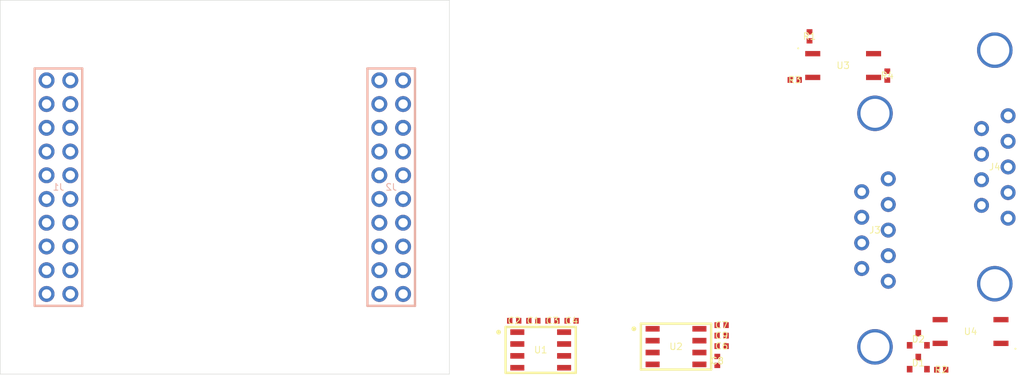
<source format=kicad_pcb>
(kicad_pcb (version 20171130) (host pcbnew 5.0.2)
  (general
    (links 0)
    (no_connects 0)
    (area 0 0 0 0)
    (thickness 1.6)
    (drawings 10)
    (tracks 0)
    (zones 0)
    (modules 0)
    (nets 30))
  (page A4)  (layers
    (0 F.Cu signal)
    (31 B.Cu signal)
    (32 B.Adhes user)
    (33 F.Adhes user)
    (34 B.Paste user)
    (35 F.Paste user)
    (36 B.SilkS user)
    (37 F.SilkS user)
    (38 B.Mask user)
    (39 F.Mask user)
    (40 Dwgs.User user)
    (41 Cmts.User user)
    (42 Eco1.User user)
    (43 Eco2.User user)
    (44 Edge.Cuts user)
    (45 Margin user)
    (46 B.CrtYd user)
    (47 F.CrtYd user)
    (48 B.Fab user)
    (49 F.Fab user))
  (setup
    (last_trace_width 0)
    (trace_clearance 0.0635)
    (zone_clearance 0)
    (zone_45_only no)
    (trace_min 0.0635)
    (segment_width 0.2)
    (edge_width 0.15)
    (via_size 0.3055)
    (via_drill 0.1525)
    (via_min_size 0.3055)
    (via_min_drill 0.1525)
    (uvia_size 0.01)
    (uvia_drill 0)
    (uvias_allowed no)
    (uvia_min_size 0)
    (uvia_min_drill 0)
    (pcb_text_width 0.3)
    (pcb_text_size 1.5 1.5)
    (mod_edge_width 0.15)
    (mod_text_size 1 1)
    (mod_text_width 0.15)
    (pad_size 1.524 1.524)
    (pad_drill 0.762)
    (pad_to_mask_clearance 0.051)
    (aux_axis_origin 0 0)
    (visible_elements FFFFFF7F)
    (pcbplotparams
      (layerselection 0x00030_80000001)
      (usegerberextensions false)
      (excludeedgelayer true)
      (linewidth 0.050000)
      (plotframeref false)
      (viasonmask false)
      (mode 1)
      (useauxorigin false)
      (hpglpennumber 1)
      (hpglpenspeed 20)
      (hpglpendiameter 15)
      (hpglpenoverlay 2)
      (psnegative false)
      (psa4output false)
      (plotreference true)
      (plotvalue true)
      (plotinvisibletext false)
      (padsonsilk false)
      (subtractmaskfromsilk false)
      (outputformat 1)
      (mirror false)
      (drillshape 1)
      (scaleselection 1)
      (outputdirectory ""))
  )
  (net 1 "gnd")
  (net 2 "net_xr-a_can_canh")
  (net 3 "net_ssr$38_drain1")
  (net 4 "glasgow_PA4")
  (net 5 "net_ssr$38_a")
  (net 6 "net_ssr$38_drain2")
  (net 7 "net_j-b_p3")
  (net 8 "net_j-b_p5")
  (net 9 "glasgow_PB4")
  (net 10 "net_ssr$46_a")
  (net 11 "net_ssr$46_drain2")
  (net 12 "glasgow_PA1")
  (net 13 "glasgow_PB1")
  (net 14 "glasgow_PA2")
  (net 15 "glasgow_PB2")
  (net 16 "glasgow_PA3")
  (net 17 "glasgow_PB3")
  (net 18 "glasgow_PA5")
  (net 19 "glasgow_PB5")
  (net 20 "glasgow_PA6")
  (net 21 "glasgow_PB6")
  (net 22 "glasgow_PA7")
  (net 23 "glasgow_PB7")
  (net 24 "glasgow_PA8")
  (net 25 "glasgow_PB8")
  (net 26 "net_xr-a_vcc")
  (net 27 "net_xr-b_vio")
  (net 28 "net_glasgow_A_vsense")
  (net 29 "net_glasgow_B_vsense")
  (module can-add-on:pin-header-pkg$15 (layer B.Cu) (tedit 00000000)
    (at 130.72 105.0 180.0)
    (pad 1 thru_hole circle
      (at 1.27 -11.43 180.0)
      (size 1.7 1.7)
      (net 27 "net_xr-b_vio")
      (drill 1.0)
      (layers *.Cu F.Mask B.Mask))
    (pad 2 thru_hole circle
      (at -1.27 -11.43 180.0)
      (size 1.7 1.7)
      (net 29 "net_glasgow_B_vsense")
      (drill 1.0)
      (layers *.Cu F.Mask B.Mask))
    (pad 3 thru_hole circle
      (at 1.27 -8.89 180.0)
      (size 1.7 1.7)
      (net 1 "gnd")
      (drill 1.0)
      (layers *.Cu F.Mask B.Mask))
    (pad 4 thru_hole circle
      (at -1.27 -8.89 180.0)
      (size 1.7 1.7)
      (net 12 "glasgow_PA1")
      (drill 1.0)
      (layers *.Cu F.Mask B.Mask))
    (pad 5 thru_hole circle
      (at 1.27 -6.35 180.0)
      (size 1.7 1.7)
      (net 1 "gnd")
      (drill 1.0)
      (layers *.Cu F.Mask B.Mask))
    (pad 6 thru_hole circle
      (at -1.27 -6.35 180.0)
      (size 1.7 1.7)
      (net 14 "glasgow_PA2")
      (drill 1.0)
      (layers *.Cu F.Mask B.Mask))
    (pad 7 thru_hole circle
      (at 1.27 -3.81 180.0)
      (size 1.7 1.7)
      (net 1 "gnd")
      (drill 1.0)
      (layers *.Cu F.Mask B.Mask))
    (pad 8 thru_hole circle
      (at -1.27 -3.81 180.0)
      (size 1.7 1.7)
      (net 16 "glasgow_PA3")
      (drill 1.0)
      (layers *.Cu F.Mask B.Mask))
    (pad 9 thru_hole circle
      (at 1.27 -1.27 180.0)
      (size 1.7 1.7)
      (net 1 "gnd")
      (drill 1.0)
      (layers *.Cu F.Mask B.Mask))
    (pad 10 thru_hole circle
      (at -1.27 -1.27 180.0)
      (size 1.7 1.7)
      (net 4 "glasgow_PA4")
      (drill 1.0)
      (layers *.Cu F.Mask B.Mask))
    (pad 11 thru_hole circle
      (at 1.27 1.27 180.0)
      (size 1.7 1.7)
      (net 1 "gnd")
      (drill 1.0)
      (layers *.Cu F.Mask B.Mask))
    (pad 12 thru_hole circle
      (at -1.27 1.27 180.0)
      (size 1.7 1.7)
      (net 18 "glasgow_PA5")
      (drill 1.0)
      (layers *.Cu F.Mask B.Mask))
    (pad 13 thru_hole circle
      (at 1.27 3.81 180.0)
      (size 1.7 1.7)
      (net 1 "gnd")
      (drill 1.0)
      (layers *.Cu F.Mask B.Mask))
    (pad 14 thru_hole circle
      (at -1.27 3.81 180.0)
      (size 1.7 1.7)
      (net 20 "glasgow_PA6")
      (drill 1.0)
      (layers *.Cu F.Mask B.Mask))
    (pad 15 thru_hole circle
      (at 1.27 6.35 180.0)
      (size 1.7 1.7)
      (net 1 "gnd")
      (drill 1.0)
      (layers *.Cu F.Mask B.Mask))
    (pad 16 thru_hole circle
      (at -1.27 6.35 180.0)
      (size 1.7 1.7)
      (net 22 "glasgow_PA7")
      (drill 1.0)
      (layers *.Cu F.Mask B.Mask))
    (pad 17 thru_hole circle
      (at 1.27 8.89 180.0)
      (size 1.7 1.7)
      (net 1 "gnd")
      (drill 1.0)
      (layers *.Cu F.Mask B.Mask))
    (pad 18 thru_hole circle
      (at -1.27 8.89 180.0)
      (size 1.7 1.7)
      (net 24 "glasgow_PA8")
      (drill 1.0)
      (layers *.Cu F.Mask B.Mask))
    (pad 19 thru_hole circle
      (at 1.27 11.43 180.0)
      (size 1.7 1.7)
      (drill 1.0)
      (layers *.Cu F.Mask B.Mask))
    (pad 20 thru_hole circle
      (at -1.27 11.43 180.0)
      (size 1.7 1.7)
      (drill 1.0)
      (layers *.Cu F.Mask B.Mask))
    (fp_line (start 2.54 12.7) (end -2.54 12.7) (layer B.CrtYd) (width 0.05))
    (fp_line (start -2.54 12.7) (end -2.54 -12.7) (layer B.CrtYd) (width 0.05))
    (fp_line (start -2.54 -12.7) (end 2.54 -12.7) (layer B.CrtYd) (width 0.05))
    (fp_line (start 2.54 -12.7) (end 2.54 12.7) (layer B.CrtYd) (width 0.05))
    (fp_line (start 2.54 12.7) (end -2.54 12.7) (layer F.CrtYd) (width 0.05))
    (fp_line (start -2.54 12.7) (end -2.54 -12.7) (layer F.CrtYd) (width 0.05))
    (fp_line (start -2.54 -12.7) (end 2.54 -12.7) (layer F.CrtYd) (width 0.05))
    (fp_line (start 2.54 -12.7) (end 2.54 12.7) (layer F.CrtYd) (width 0.05))
    (fp_line (start 2.54 12.7) (end -2.54 12.7) (layer B.SilkS) (width 0.254))
    (fp_line (start -2.54 12.7) (end -2.54 -12.7) (layer B.SilkS) (width 0.254))
    (fp_line (start -2.54 -12.7) (end 2.54 -12.7) (layer B.SilkS) (width 0.254))
    (fp_line (start 2.54 -12.7) (end 2.54 12.7) (layer B.SilkS) (width 0.254))
    (fp_text reference "J1" (at -0.0 0.0) (layer B.SilkS)
      (effects (font (size 0.7056 0.7056) (thickness 0.10)) (justify mirror)))
)
  (module can-add-on:pin-header-pkg$15 (layer B.Cu) (tedit 00000000)
    (at 166.28 105.0 0.0)
    (pad 1 thru_hole circle
      (at 1.27 -11.43 0.0)
      (size 1.7 1.7)
      (net 26 "net_xr-a_vcc")
      (drill 1.0)
      (layers *.Cu F.Mask B.Mask))
    (pad 2 thru_hole circle
      (at -1.27 -11.43 0.0)
      (size 1.7 1.7)
      (net 28 "net_glasgow_A_vsense")
      (drill 1.0)
      (layers *.Cu F.Mask B.Mask))
    (pad 3 thru_hole circle
      (at 1.27 -8.89 0.0)
      (size 1.7 1.7)
      (net 13 "glasgow_PB1")
      (drill 1.0)
      (layers *.Cu F.Mask B.Mask))
    (pad 4 thru_hole circle
      (at -1.27 -8.89 0.0)
      (size 1.7 1.7)
      (net 1 "gnd")
      (drill 1.0)
      (layers *.Cu F.Mask B.Mask))
    (pad 5 thru_hole circle
      (at 1.27 -6.35 0.0)
      (size 1.7 1.7)
      (net 15 "glasgow_PB2")
      (drill 1.0)
      (layers *.Cu F.Mask B.Mask))
    (pad 6 thru_hole circle
      (at -1.27 -6.35 0.0)
      (size 1.7 1.7)
      (net 1 "gnd")
      (drill 1.0)
      (layers *.Cu F.Mask B.Mask))
    (pad 7 thru_hole circle
      (at 1.27 -3.81 0.0)
      (size 1.7 1.7)
      (net 17 "glasgow_PB3")
      (drill 1.0)
      (layers *.Cu F.Mask B.Mask))
    (pad 8 thru_hole circle
      (at -1.27 -3.81 0.0)
      (size 1.7 1.7)
      (net 1 "gnd")
      (drill 1.0)
      (layers *.Cu F.Mask B.Mask))
    (pad 9 thru_hole circle
      (at 1.27 -1.27 0.0)
      (size 1.7 1.7)
      (net 9 "glasgow_PB4")
      (drill 1.0)
      (layers *.Cu F.Mask B.Mask))
    (pad 10 thru_hole circle
      (at -1.27 -1.27 0.0)
      (size 1.7 1.7)
      (net 1 "gnd")
      (drill 1.0)
      (layers *.Cu F.Mask B.Mask))
    (pad 11 thru_hole circle
      (at 1.27 1.27 0.0)
      (size 1.7 1.7)
      (net 19 "glasgow_PB5")
      (drill 1.0)
      (layers *.Cu F.Mask B.Mask))
    (pad 12 thru_hole circle
      (at -1.27 1.27 0.0)
      (size 1.7 1.7)
      (net 1 "gnd")
      (drill 1.0)
      (layers *.Cu F.Mask B.Mask))
    (pad 13 thru_hole circle
      (at 1.27 3.81 0.0)
      (size 1.7 1.7)
      (net 21 "glasgow_PB6")
      (drill 1.0)
      (layers *.Cu F.Mask B.Mask))
    (pad 14 thru_hole circle
      (at -1.27 3.81 0.0)
      (size 1.7 1.7)
      (net 1 "gnd")
      (drill 1.0)
      (layers *.Cu F.Mask B.Mask))
    (pad 15 thru_hole circle
      (at 1.27 6.35 0.0)
      (size 1.7 1.7)
      (net 23 "glasgow_PB7")
      (drill 1.0)
      (layers *.Cu F.Mask B.Mask))
    (pad 16 thru_hole circle
      (at -1.27 6.35 0.0)
      (size 1.7 1.7)
      (net 1 "gnd")
      (drill 1.0)
      (layers *.Cu F.Mask B.Mask))
    (pad 17 thru_hole circle
      (at 1.27 8.89 0.0)
      (size 1.7 1.7)
      (net 25 "glasgow_PB8")
      (drill 1.0)
      (layers *.Cu F.Mask B.Mask))
    (pad 18 thru_hole circle
      (at -1.27 8.89 0.0)
      (size 1.7 1.7)
      (net 1 "gnd")
      (drill 1.0)
      (layers *.Cu F.Mask B.Mask))
    (pad 19 thru_hole circle
      (at 1.27 11.43 0.0)
      (size 1.7 1.7)
      (drill 1.0)
      (layers *.Cu F.Mask B.Mask))
    (pad 20 thru_hole circle
      (at -1.27 11.43 0.0)
      (size 1.7 1.7)
      (drill 1.0)
      (layers *.Cu F.Mask B.Mask))
    (fp_line (start 2.54 12.7) (end -2.54 12.7) (layer B.CrtYd) (width 0.05))
    (fp_line (start -2.54 12.7) (end -2.54 -12.7) (layer B.CrtYd) (width 0.05))
    (fp_line (start -2.54 -12.7) (end 2.54 -12.7) (layer B.CrtYd) (width 0.05))
    (fp_line (start 2.54 -12.7) (end 2.54 12.7) (layer B.CrtYd) (width 0.05))
    (fp_line (start 2.54 12.7) (end -2.54 12.7) (layer F.CrtYd) (width 0.05))
    (fp_line (start -2.54 12.7) (end -2.54 -12.7) (layer F.CrtYd) (width 0.05))
    (fp_line (start -2.54 -12.7) (end 2.54 -12.7) (layer F.CrtYd) (width 0.05))
    (fp_line (start 2.54 -12.7) (end 2.54 12.7) (layer F.CrtYd) (width 0.05))
    (fp_line (start 2.54 12.7) (end -2.54 12.7) (layer B.SilkS) (width 0.254))
    (fp_line (start -2.54 12.7) (end -2.54 -12.7) (layer B.SilkS) (width 0.254))
    (fp_line (start -2.54 -12.7) (end 2.54 -12.7) (layer B.SilkS) (width 0.254))
    (fp_line (start 2.54 -12.7) (end 2.54 12.7) (layer B.SilkS) (width 0.254))
    (fp_text reference "J2" (at -0.0 0.0) (layer B.SilkS)
      (effects (font (size 0.7056 0.7056) (thickness 0.10)) (justify mirror)))
)
  (module can-add-on:soic127p-package$19 (layer F.Cu) (tedit 00000000)
    (at 182.254 122.418 0.0)
    (pad 1 smd rect
      (at -2.5 -1.905 270.0)
      (size 0.6 1.5)
      (net 12 "glasgow_PA1")
      (layers F.Cu))
    (pad 2 smd rect
      (at -2.5 -0.635 270.0)
      (size 0.6 1.5)
      (net 1 "gnd")
      (layers F.Cu))
    (pad 3 smd rect
      (at -2.5 0.635 270.0)
      (size 0.6 1.5)
      (net 26 "net_xr-a_vcc")
      (layers F.Cu))
    (pad 4 smd rect
      (at -2.5 1.905 270.0)
      (size 0.6 1.5)
      (net 14 "glasgow_PA2")
      (layers F.Cu))
    (pad 5 smd rect
      (at 2.5 1.905 90.0)
      (size 0.6 1.5)
      (net 26 "net_xr-a_vcc")
      (layers F.Cu))
    (pad 6 smd rect
      (at 2.5 0.635 90.0)
      (size 0.6 1.5)
      (net 3 "net_ssr$38_drain1")
      (layers F.Cu))
    (pad 7 smd rect
      (at 2.5 -0.635 90.0)
      (size 0.6 1.5)
      (net 2 "net_xr-a_can_canh")
      (layers F.Cu))
    (pad 8 smd rect
      (at 2.5 -1.905 90.0)
      (size 0.6 1.5)
      (net 16 "glasgow_PA3")
      (layers F.Cu))
    (fp_poly (pts (xy -3.25 -2.205) (xy -3.25 -1.605) (xy -1.75 -1.605) (xy -1.75 -2.205)) (layer F.Paste) (width 0))
    (fp_poly (pts (xy -3.25 -2.205) (xy -3.25 -1.605) (xy -1.75 -1.605) (xy -1.75 -2.205)) (layer F.Mask) (width 0))
    (fp_poly (pts (xy -3.25 -0.935) (xy -3.25 -0.335) (xy -1.75 -0.335) (xy -1.75 -0.935)) (layer F.Paste) (width 0))
    (fp_poly (pts (xy -3.25 -0.935) (xy -3.25 -0.335) (xy -1.75 -0.335) (xy -1.75 -0.935)) (layer F.Mask) (width 0))
    (fp_poly (pts (xy -3.25 0.335) (xy -3.25 0.935) (xy -1.75 0.935) (xy -1.75 0.335)) (layer F.Paste) (width 0))
    (fp_poly (pts (xy -3.25 0.335) (xy -3.25 0.935) (xy -1.75 0.935) (xy -1.75 0.335)) (layer F.Mask) (width 0))
    (fp_poly (pts (xy -3.25 1.605) (xy -3.25 2.205) (xy -1.75 2.205) (xy -1.75 1.605)) (layer F.Paste) (width 0))
    (fp_poly (pts (xy -3.25 1.605) (xy -3.25 2.205) (xy -1.75 2.205) (xy -1.75 1.605)) (layer F.Mask) (width 0))
    (fp_poly (pts (xy 3.25 2.205) (xy 3.25 1.605) (xy 1.75 1.605) (xy 1.75 2.205)) (layer F.Paste) (width 0))
    (fp_poly (pts (xy 3.25 2.205) (xy 3.25 1.605) (xy 1.75 1.605) (xy 1.75 2.205)) (layer F.Mask) (width 0))
    (fp_poly (pts (xy 3.25 0.935) (xy 3.25 0.335) (xy 1.75 0.335) (xy 1.75 0.935)) (layer F.Paste) (width 0))
    (fp_poly (pts (xy 3.25 0.935) (xy 3.25 0.335) (xy 1.75 0.335) (xy 1.75 0.935)) (layer F.Mask) (width 0))
    (fp_poly (pts (xy 3.25 -0.335) (xy 3.25 -0.935) (xy 1.75 -0.935) (xy 1.75 -0.335)) (layer F.Paste) (width 0))
    (fp_poly (pts (xy 3.25 -0.335) (xy 3.25 -0.935) (xy 1.75 -0.935) (xy 1.75 -0.335)) (layer F.Mask) (width 0))
    (fp_poly (pts (xy 3.25 -1.605) (xy 3.25 -2.205) (xy 1.75 -2.205) (xy 1.75 -1.605)) (layer F.Paste) (width 0))
    (fp_poly (pts (xy 3.25 -1.605) (xy 3.25 -2.205) (xy 1.75 -2.205) (xy 1.75 -1.605)) (layer F.Mask) (width 0))
    (fp_line (start -3.75 2.455) (end 3.75 2.455) (layer F.CrtYd) (width 0.05))
    (fp_line (start 3.75 2.455) (end 3.75 -2.455) (layer F.CrtYd) (width 0.05))
    (fp_line (start 3.75 -2.455) (end -3.75 -2.455) (layer F.CrtYd) (width 0.05))
    (fp_line (start -3.75 -2.455) (end -3.75 2.455) (layer F.CrtYd) (width 0.05))
    (fp_line (start -3.75 2.455) (end 3.75 2.455) (layer F.SilkS) (width 0.254))
    (fp_line (start 3.75 2.455) (end 3.75 -2.455) (layer F.SilkS) (width 0.254))
    (fp_line (start 3.75 -2.455) (end -3.75 -2.455) (layer F.SilkS) (width 0.254))
    (fp_line (start -3.75 -2.455) (end -3.75 2.455) (layer F.SilkS) (width 0.254))
    (fp_poly (pts (xy -4.246 -1.905) (xy -4.25088053877758 -1.9545529417921) (xy -4.26533459874213 -2.00220159182073) (xy -4.28880671847515 -2.04611483918698) (xy -4.32039487757862 -2.08460512242138) (xy -4.35888516081302 -2.11619328152485) (xy -4.40279840817927 -2.13966540125787) (xy -4.4504470582079 -2.15411946122242) (xy -4.5 -2.159) (xy -4.5495529417921 -2.15411946122242) (xy -4.59720159182073 -2.13966540125787) (xy -4.64111483918698 -2.11619328152485) (xy -4.67960512242138 -2.08460512242138) (xy -4.71119328152485 -2.04611483918698) (xy -4.73466540125787 -2.00220159182073) (xy -4.74911946122242 -1.9545529417921) (xy -4.754 -1.905) (xy -4.74911946122242 -1.8554470582079) (xy -4.73466540125787 -1.80779840817927) (xy -4.71119328152485 -1.76388516081302) (xy -4.67960512242138 -1.72539487757862) (xy -4.64111483918698 -1.69380671847515) (xy -4.59720159182073 -1.67033459874213) (xy -4.5495529417921 -1.65588053877758) (xy -4.5 -1.651) (xy -4.4504470582079 -1.65588053877758) (xy -4.40279840817927 -1.67033459874213) (xy -4.35888516081302 -1.69380671847515) (xy -4.32039487757862 -1.72539487757862) (xy -4.28880671847515 -1.76388516081302) (xy -4.26533459874213 -1.80779840817927) (xy -4.25088053877758 -1.8554470582079)) (layer F.SilkS) (width 0))
    (fp_text reference "U1" (at 0.0 0.0) (layer F.SilkS)
      (effects (font (size 0.7056 0.7056) (thickness 0.10)) (justify )))
)
  (module can-add-on:ipc-two-pin-package$24 (layer F.Cu) (tedit 00000000)
    (at 181.467199853897 119.299799697876 180.0)
    (pad 1 smd rect
      (at -0.48 0.0 180.0)
      (size 0.57 0.62)
      (net 26 "net_xr-a_vcc")
      (layers F.Cu))
    (pad 2 smd rect
      (at 0.48 0.0 180.0)
      (size 0.57 0.62)
      (net 1 "gnd")
      (layers F.Cu))
    (fp_poly (pts (xy -0.765 0.31) (xy -0.195 0.31) (xy -0.195 -0.31) (xy -0.765 -0.31)) (layer F.Paste) (width 0))
    (fp_poly (pts (xy -0.765 0.31) (xy -0.195 0.31) (xy -0.195 -0.31) (xy -0.765 -0.31)) (layer F.Mask) (width 0))
    (fp_poly (pts (xy 0.195 0.31) (xy 0.765 0.31) (xy 0.765 -0.31) (xy 0.195 -0.31)) (layer F.Paste) (width 0))
    (fp_poly (pts (xy 0.195 0.31) (xy 0.765 0.31) (xy 0.765 -0.31) (xy 0.195 -0.31)) (layer F.Mask) (width 0))
    (fp_line (start -0.92 0.46) (end 0.92 0.46) (layer F.CrtYd) (width 0.05))
    (fp_line (start 0.92 0.46) (end 0.92 -0.46) (layer F.CrtYd) (width 0.05))
    (fp_line (start 0.92 -0.46) (end -0.92 -0.46) (layer F.CrtYd) (width 0.05))
    (fp_line (start -0.92 -0.46) (end -0.92 0.46) (layer F.CrtYd) (width 0.05))
    (fp_text reference "C1" (at 0.0 0.0) (layer F.SilkS)
      (effects (font (size 0.7056 0.7056) (thickness 0.10)) (justify )))
)
  (module can-add-on:ipc-two-pin-package$24 (layer F.Cu) (tedit 00000000)
    (at 179.423999837875 119.299799697876 0.0)
    (pad 1 smd rect
      (at -0.48 0.0 0.0)
      (size 0.57 0.62)
      (net 26 "net_xr-a_vcc")
      (layers F.Cu))
    (pad 2 smd rect
      (at 0.48 0.0 0.0)
      (size 0.57 0.62)
      (net 1 "gnd")
      (layers F.Cu))
    (fp_poly (pts (xy -0.765 0.31) (xy -0.195 0.31) (xy -0.195 -0.31) (xy -0.765 -0.31)) (layer F.Paste) (width 0))
    (fp_poly (pts (xy -0.765 0.31) (xy -0.195 0.31) (xy -0.195 -0.31) (xy -0.765 -0.31)) (layer F.Mask) (width 0))
    (fp_poly (pts (xy 0.195 0.31) (xy 0.765 0.31) (xy 0.765 -0.31) (xy 0.195 -0.31)) (layer F.Paste) (width 0))
    (fp_poly (pts (xy 0.195 0.31) (xy 0.765 0.31) (xy 0.765 -0.31) (xy 0.195 -0.31)) (layer F.Mask) (width 0))
    (fp_line (start -0.92 0.46) (end 0.92 0.46) (layer F.CrtYd) (width 0.05))
    (fp_line (start 0.92 0.46) (end 0.92 -0.46) (layer F.CrtYd) (width 0.05))
    (fp_line (start 0.92 -0.46) (end -0.92 -0.46) (layer F.CrtYd) (width 0.05))
    (fp_line (start -0.92 -0.46) (end -0.92 0.46) (layer F.CrtYd) (width 0.05))
    (fp_text reference "C2" (at 0.0 0.0) (layer F.SilkS)
      (effects (font (size 0.7056 0.7056) (thickness 0.10)) (justify )))
)
  (module can-add-on:ipc-two-pin-package$24 (layer F.Cu) (tedit 00000000)
    (at 183.5103996315 119.299799697876 0.0)
    (pad 1 smd rect
      (at -0.48 0.0 0.0)
      (size 0.57 0.62)
      (net 26 "net_xr-a_vcc")
      (layers F.Cu))
    (pad 2 smd rect
      (at 0.48 0.0 0.0)
      (size 0.57 0.62)
      (net 1 "gnd")
      (layers F.Cu))
    (fp_poly (pts (xy -0.765 0.31) (xy -0.195 0.31) (xy -0.195 -0.31) (xy -0.765 -0.31)) (layer F.Paste) (width 0))
    (fp_poly (pts (xy -0.765 0.31) (xy -0.195 0.31) (xy -0.195 -0.31) (xy -0.765 -0.31)) (layer F.Mask) (width 0))
    (fp_poly (pts (xy 0.195 0.31) (xy 0.765 0.31) (xy 0.765 -0.31) (xy 0.195 -0.31)) (layer F.Paste) (width 0))
    (fp_poly (pts (xy 0.195 0.31) (xy 0.765 0.31) (xy 0.765 -0.31) (xy 0.195 -0.31)) (layer F.Mask) (width 0))
    (fp_line (start -0.92 0.46) (end 0.92 0.46) (layer F.CrtYd) (width 0.05))
    (fp_line (start 0.92 0.46) (end 0.92 -0.46) (layer F.CrtYd) (width 0.05))
    (fp_line (start 0.92 -0.46) (end -0.92 -0.46) (layer F.CrtYd) (width 0.05))
    (fp_line (start -0.92 -0.46) (end -0.92 0.46) (layer F.CrtYd) (width 0.05))
    (fp_text reference "C3" (at 0.0 0.0) (layer F.SilkS)
      (effects (font (size 0.7056 0.7056) (thickness 0.10)) (justify )))
)
  (module can-add-on:ipc-two-pin-package$24 (layer F.Cu) (tedit 00000000)
    (at 185.553600124359 119.299799697876 0.0)
    (pad 1 smd rect
      (at -0.48 0.0 0.0)
      (size 0.57 0.62)
      (net 26 "net_xr-a_vcc")
      (layers F.Cu))
    (pad 2 smd rect
      (at 0.48 0.0 0.0)
      (size 0.57 0.62)
      (net 1 "gnd")
      (layers F.Cu))
    (fp_poly (pts (xy -0.765 0.31) (xy -0.195 0.31) (xy -0.195 -0.31) (xy -0.765 -0.31)) (layer F.Paste) (width 0))
    (fp_poly (pts (xy -0.765 0.31) (xy -0.195 0.31) (xy -0.195 -0.31) (xy -0.765 -0.31)) (layer F.Mask) (width 0))
    (fp_poly (pts (xy 0.195 0.31) (xy 0.765 0.31) (xy 0.765 -0.31) (xy 0.195 -0.31)) (layer F.Paste) (width 0))
    (fp_poly (pts (xy 0.195 0.31) (xy 0.765 0.31) (xy 0.765 -0.31) (xy 0.195 -0.31)) (layer F.Mask) (width 0))
    (fp_line (start -0.92 0.46) (end 0.92 0.46) (layer F.CrtYd) (width 0.05))
    (fp_line (start 0.92 0.46) (end 0.92 -0.46) (layer F.CrtYd) (width 0.05))
    (fp_line (start 0.92 -0.46) (end -0.92 -0.46) (layer F.CrtYd) (width 0.05))
    (fp_line (start -0.92 -0.46) (end -0.92 0.46) (layer F.CrtYd) (width 0.05))
    (fp_text reference "C4" (at 0.0 0.0) (layer F.SilkS)
      (effects (font (size 0.7056 0.7056) (thickness 0.10)) (justify )))
)
  (module can-add-on:amphenol-delta-d-pkg$32 (layer F.Cu) (tedit 00000000)
    (at 217.975304334993 109.594999504089 0.0)
    (pad 1 thru_hole circle
      (at 1.42 5.48 0.0)
      (size 1.6 1.6)
      (drill 0.9)
      (layers *.Cu B.Mask F.Mask))
    (pad 2 thru_hole circle
      (at 1.42 2.74 0.0)
      (size 1.6 1.6)
      (net 1 "gnd")
      (drill 0.9)
      (layers *.Cu B.Mask F.Mask))
    (pad 3 thru_hole circle
      (at 1.42 0.0 0.0)
      (size 1.6 1.6)
      (net 2 "net_xr-a_can_canh")
      (drill 0.9)
      (layers *.Cu B.Mask F.Mask))
    (pad 4 thru_hole circle
      (at 1.42 -2.74 0.0)
      (size 1.6 1.6)
      (drill 0.9)
      (layers *.Cu B.Mask F.Mask))
    (pad 5 thru_hole circle
      (at 1.42 -5.48 0.0)
      (size 1.6 1.6)
      (net 3 "net_ssr$38_drain1")
      (drill 0.9)
      (layers *.Cu B.Mask F.Mask))
    (pad 6 thru_hole circle
      (at -1.42 4.11 0.0)
      (size 1.6 1.6)
      (drill 0.9)
      (layers *.Cu B.Mask F.Mask))
    (pad 7 thru_hole circle
      (at -1.42 1.37 0.0)
      (size 1.6 1.6)
      (drill 0.9)
      (layers *.Cu B.Mask F.Mask))
    (pad 8 thru_hole circle
      (at -1.42 -1.37 0.0)
      (size 1.6 1.6)
      (drill 0.9)
      (layers *.Cu B.Mask F.Mask))
    (pad 9 thru_hole circle
      (at -1.42 -4.11 0.0)
      (size 1.6 1.6)
      (drill 0.9)
      (layers *.Cu B.Mask F.Mask))
    (pad 10 thru_hole circle
      (at 0.0 -12.495 0.0)
      (size 3.8 3.8)
      (net 1 "gnd")
      (drill 3.1)
      (layers *.Cu B.Mask F.Mask))
    (pad 11 thru_hole circle
      (at 0.0 12.495 0.0)
      (size 3.8 3.8)
      (net 1 "gnd")
      (drill 3.1)
      (layers *.Cu B.Mask F.Mask))
    (fp_line (start -2.5 15.405) (end 2.5 15.405) (layer B.CrtYd) (width 0.05))
    (fp_line (start 2.5 15.405) (end 2.5 -15.405) (layer B.CrtYd) (width 0.05))
    (fp_line (start 2.5 -15.405) (end -2.5 -15.405) (layer B.CrtYd) (width 0.05))
    (fp_line (start -2.5 -15.405) (end -2.5 15.405) (layer B.CrtYd) (width 0.05))
    (fp_line (start -9.5 15.405) (end 3.1 15.405) (layer F.CrtYd) (width 0.05))
    (fp_line (start 3.1 15.405) (end 3.1 -15.405) (layer F.CrtYd) (width 0.05))
    (fp_line (start 3.1 -15.405) (end -9.5 -15.405) (layer F.CrtYd) (width 0.05))
    (fp_line (start -9.5 -15.405) (end -9.5 15.405) (layer F.CrtYd) (width 0.05))
    (fp_text reference "J3" (at 0.0 0.0) (layer F.SilkS)
      (effects (font (size 0.7056 0.7056) (thickness 0.10)) (justify )))
)
  (module can-add-on:SC-70-3 (layer F.Cu) (tedit 00000000)
    (at 222.603503673906 123.825 0.0)
    (pad 1 smd rect
      (at -0.925 0.65 0.0)
      (size 0.6 0.7)
      (net 2 "net_xr-a_can_canh")
      (layers F.Cu))
    (pad 2 smd rect
      (at 0.925 0.65 0.0)
      (size 0.6 0.7)
      (net 3 "net_ssr$38_drain1")
      (layers F.Cu))
    (pad 3 smd rect
      (at 0.0 -0.65 0.0)
      (size 0.6 0.7)
      (net 1 "gnd")
      (layers F.Cu))
    (fp_poly (pts (xy -1.225 1.0) (xy -0.625 1.0) (xy -0.625 0.3) (xy -1.225 0.3)) (layer F.Paste) (width 0))
    (fp_poly (pts (xy -1.225 1.0) (xy -0.625 1.0) (xy -0.625 0.3) (xy -1.225 0.3)) (layer F.Mask) (width 0))
    (fp_poly (pts (xy 0.625 1.0) (xy 1.225 1.0) (xy 1.225 0.3) (xy 0.625 0.3)) (layer F.Paste) (width 0))
    (fp_poly (pts (xy 0.625 1.0) (xy 1.225 1.0) (xy 1.225 0.3) (xy 0.625 0.3)) (layer F.Mask) (width 0))
    (fp_poly (pts (xy -0.3 -0.3) (xy 0.3 -0.3) (xy 0.3 -1.0) (xy -0.3 -1.0)) (layer F.Paste) (width 0))
    (fp_poly (pts (xy -0.3 -0.3) (xy 0.3 -0.3) (xy 0.3 -1.0) (xy -0.3 -1.0)) (layer F.Mask) (width 0))
    (fp_line (start -1.325 1.175) (end 1.325 1.175) (layer F.CrtYd) (width 0.05))
    (fp_line (start 1.325 1.175) (end 1.325 -1.175) (layer F.CrtYd) (width 0.05))
    (fp_line (start 1.325 -1.175) (end -1.325 -1.175) (layer F.CrtYd) (width 0.05))
    (fp_line (start -1.325 -1.175) (end -1.325 1.175) (layer F.CrtYd) (width 0.05))
    (fp_text reference "D1" (at 0.0 0.0) (layer F.SilkS)
      (effects (font (size 0.7056 0.7056) (thickness 0.10)) (justify )))
)
  (module can-add-on:tlp-175 (layer F.Cu) (tedit 00000000)
    (at 214.573503940935 91.9868003845215 0.0)
    (pad 1 smd rect
      (at -3.25 -1.27 0.0)
      (size 1.61 0.57)
      (net 5 "net_ssr$38_a")
      (layers F.Cu))
    (pad 6 smd rect
      (at 3.25 -1.27 0.0)
      (size 1.61 0.57)
      (net 3 "net_ssr$38_drain1")
      (layers F.Cu))
    (pad 3 smd rect
      (at -3.25 1.27 0.0)
      (size 1.61 0.57)
      (net 1 "gnd")
      (layers F.Cu))
    (pad 4 smd rect
      (at 3.25 1.27 0.0)
      (size 1.61 0.57)
      (net 6 "net_ssr$38_drain2")
      (layers F.Cu))
    (fp_poly (pts (xy -4.055 -0.985) (xy -2.445 -0.985) (xy -2.445 -1.555) (xy -4.055 -1.555)) (layer F.Paste) (width 0))
    (fp_poly (pts (xy -4.055 -0.985) (xy -2.445 -0.985) (xy -2.445 -1.555) (xy -4.055 -1.555)) (layer F.Mask) (width 0))
    (fp_poly (pts (xy 2.445 -0.985) (xy 4.055 -0.985) (xy 4.055 -1.555) (xy 2.445 -1.555)) (layer F.Paste) (width 0))
    (fp_poly (pts (xy 2.445 -0.985) (xy 4.055 -0.985) (xy 4.055 -1.555) (xy 2.445 -1.555)) (layer F.Mask) (width 0))
    (fp_poly (pts (xy -4.055 1.555) (xy -2.445 1.555) (xy -2.445 0.985) (xy -4.055 0.985)) (layer F.Paste) (width 0))
    (fp_poly (pts (xy -4.055 1.555) (xy -2.445 1.555) (xy -2.445 0.985) (xy -4.055 0.985)) (layer F.Mask) (width 0))
    (fp_poly (pts (xy 2.445 1.555) (xy 4.055 1.555) (xy 4.055 0.985) (xy 2.445 0.985)) (layer F.Paste) (width 0))
    (fp_poly (pts (xy 2.445 1.555) (xy 4.055 1.555) (xy 4.055 0.985) (xy 2.445 0.985)) (layer F.Mask) (width 0))
    (fp_line (start -3.625 2.0) (end 3.625 2.0) (layer F.CrtYd) (width 0.05))
    (fp_line (start 3.625 2.0) (end 3.625 -2.0) (layer F.CrtYd) (width 0.05))
    (fp_line (start 3.625 -2.0) (end -3.625 -2.0) (layer F.CrtYd) (width 0.05))
    (fp_line (start -3.625 -2.0) (end -3.625 2.0) (layer F.CrtYd) (width 0.05))
    (fp_poly (pts (xy -4.7 -1.84) (xy -4.70192147195968 -1.85950903220161) (xy -4.70761204674887 -1.87826834323651) (xy -4.71685303876975 -1.89555702330196) (xy -4.72928932188135 -1.91071067811865) (xy -4.74444297669804 -1.92314696123025) (xy -4.76173165676349 -1.93238795325113) (xy -4.78049096779839 -1.93807852804032) (xy -4.8 -1.94) (xy -4.81950903220161 -1.93807852804032) (xy -4.83826834323651 -1.93238795325113) (xy -4.85555702330196 -1.92314696123025) (xy -4.87071067811865 -1.91071067811865) (xy -4.88314696123025 -1.89555702330196) (xy -4.89238795325113 -1.87826834323651) (xy -4.89807852804032 -1.85950903220161) (xy -4.9 -1.84) (xy -4.89807852804032 -1.82049096779839) (xy -4.89238795325113 -1.80173165676349) (xy -4.88314696123025 -1.78444297669804) (xy -4.87071067811865 -1.76928932188135) (xy -4.85555702330196 -1.75685303876975) (xy -4.83826834323651 -1.74761204674887) (xy -4.81950903220161 -1.74192147195968) (xy -4.8 -1.74) (xy -4.78049096779839 -1.74192147195968) (xy -4.76173165676349 -1.74761204674887) (xy -4.74444297669804 -1.75685303876975) (xy -4.72928932188135 -1.76928932188135) (xy -4.71685303876975 -1.78444297669804) (xy -4.70761204674887 -1.80173165676349) (xy -4.70192147195968 -1.82049096779839)) (layer F.SilkS) (width 0))
    (fp_text reference "U3" (at 0.0 0.0) (layer F.SilkS)
      (effects (font (size 0.7056 0.7056) (thickness 0.10)) (justify )))
)
  (module can-add-on:ipc-two-pin-package$24 (layer F.Cu) (tedit 00000000)
    (at 210.978504389162 88.8636009216309 90.0)
    (pad 1 smd rect
      (at -0.48 0.0 90.0)
      (size 0.57 0.62)
      (net 4 "glasgow_PA4")
      (layers F.Cu))
    (pad 2 smd rect
      (at 0.48 0.0 90.0)
      (size 0.57 0.62)
      (net 5 "net_ssr$38_a")
      (layers F.Cu))
    (fp_poly (pts (xy -0.765 0.31) (xy -0.195 0.31) (xy -0.195 -0.31) (xy -0.765 -0.31)) (layer F.Paste) (width 0))
    (fp_poly (pts (xy -0.765 0.31) (xy -0.195 0.31) (xy -0.195 -0.31) (xy -0.765 -0.31)) (layer F.Mask) (width 0))
    (fp_poly (pts (xy 0.195 0.31) (xy 0.765 0.31) (xy 0.765 -0.31) (xy 0.195 -0.31)) (layer F.Paste) (width 0))
    (fp_poly (pts (xy 0.195 0.31) (xy 0.765 0.31) (xy 0.765 -0.31) (xy 0.195 -0.31)) (layer F.Mask) (width 0))
    (fp_line (start -0.92 0.46) (end 0.92 0.46) (layer F.CrtYd) (width 0.05))
    (fp_line (start 0.92 0.46) (end 0.92 -0.46) (layer F.CrtYd) (width 0.05))
    (fp_line (start 0.92 -0.46) (end -0.92 -0.46) (layer F.CrtYd) (width 0.05))
    (fp_line (start -0.92 -0.46) (end -0.92 0.46) (layer F.CrtYd) (width 0.05))
    (fp_text reference "R1" (at 0.0 0.0) (layer F.SilkS)
      (effects (font (size 0.7056 0.7056) (thickness 0.10)) (justify )))
)
  (module can-add-on:ipc-two-pin-package$24 (layer F.Cu) (tedit 00000000)
    (at 209.395304411287 93.5267993927002 0.0)
    (pad 1 smd rect
      (at -0.48 0.0 0.0)
      (size 0.57 0.62)
      (net 2 "net_xr-a_can_canh")
      (layers F.Cu))
    (pad 2 smd rect
      (at 0.48 0.0 0.0)
      (size 0.57 0.62)
      (net 6 "net_ssr$38_drain2")
      (layers F.Cu))
    (fp_poly (pts (xy -0.765 0.31) (xy -0.195 0.31) (xy -0.195 -0.31) (xy -0.765 -0.31)) (layer F.Paste) (width 0))
    (fp_poly (pts (xy -0.765 0.31) (xy -0.195 0.31) (xy -0.195 -0.31) (xy -0.765 -0.31)) (layer F.Mask) (width 0))
    (fp_poly (pts (xy 0.195 0.31) (xy 0.765 0.31) (xy 0.765 -0.31) (xy 0.195 -0.31)) (layer F.Paste) (width 0))
    (fp_poly (pts (xy 0.195 0.31) (xy 0.765 0.31) (xy 0.765 -0.31) (xy 0.195 -0.31)) (layer F.Mask) (width 0))
    (fp_line (start -0.92 0.46) (end 0.92 0.46) (layer F.CrtYd) (width 0.05))
    (fp_line (start 0.92 0.46) (end 0.92 -0.46) (layer F.CrtYd) (width 0.05))
    (fp_line (start 0.92 -0.46) (end -0.92 -0.46) (layer F.CrtYd) (width 0.05))
    (fp_line (start -0.92 -0.46) (end -0.92 0.46) (layer F.CrtYd) (width 0.05))
    (fp_text reference "R3" (at 0.0 0.0) (layer F.SilkS)
      (effects (font (size 0.7056 0.7056) (thickness 0.10)) (justify )))
)
  (module can-add-on:soic127p-package$19 (layer F.Cu) (tedit 00000000)
    (at 196.712434906759 122.060165131769 0.0)
    (pad 1 smd rect
      (at -2.5 -1.905 270.0)
      (size 0.6 1.5)
      (net 13 "glasgow_PB1")
      (layers F.Cu))
    (pad 2 smd rect
      (at -2.5 -0.635 270.0)
      (size 0.6 1.5)
      (net 1 "gnd")
      (layers F.Cu))
    (pad 3 smd rect
      (at -2.5 0.635 270.0)
      (size 0.6 1.5)
      (net 27 "net_xr-b_vio")
      (layers F.Cu))
    (pad 4 smd rect
      (at -2.5 1.905 270.0)
      (size 0.6 1.5)
      (net 15 "glasgow_PB2")
      (layers F.Cu))
    (pad 5 smd rect
      (at 2.5 1.905 90.0)
      (size 0.6 1.5)
      (net 27 "net_xr-b_vio")
      (layers F.Cu))
    (pad 6 smd rect
      (at 2.5 0.635 90.0)
      (size 0.6 1.5)
      (net 8 "net_j-b_p5")
      (layers F.Cu))
    (pad 7 smd rect
      (at 2.5 -0.635 90.0)
      (size 0.6 1.5)
      (net 7 "net_j-b_p3")
      (layers F.Cu))
    (pad 8 smd rect
      (at 2.5 -1.905 90.0)
      (size 0.6 1.5)
      (net 17 "glasgow_PB3")
      (layers F.Cu))
    (fp_poly (pts (xy -3.25 -2.205) (xy -3.25 -1.605) (xy -1.75 -1.605) (xy -1.75 -2.205)) (layer F.Paste) (width 0))
    (fp_poly (pts (xy -3.25 -2.205) (xy -3.25 -1.605) (xy -1.75 -1.605) (xy -1.75 -2.205)) (layer F.Mask) (width 0))
    (fp_poly (pts (xy -3.25 -0.935) (xy -3.25 -0.335) (xy -1.75 -0.335) (xy -1.75 -0.935)) (layer F.Paste) (width 0))
    (fp_poly (pts (xy -3.25 -0.935) (xy -3.25 -0.335) (xy -1.75 -0.335) (xy -1.75 -0.935)) (layer F.Mask) (width 0))
    (fp_poly (pts (xy -3.25 0.335) (xy -3.25 0.935) (xy -1.75 0.935) (xy -1.75 0.335)) (layer F.Paste) (width 0))
    (fp_poly (pts (xy -3.25 0.335) (xy -3.25 0.935) (xy -1.75 0.935) (xy -1.75 0.335)) (layer F.Mask) (width 0))
    (fp_poly (pts (xy -3.25 1.605) (xy -3.25 2.205) (xy -1.75 2.205) (xy -1.75 1.605)) (layer F.Paste) (width 0))
    (fp_poly (pts (xy -3.25 1.605) (xy -3.25 2.205) (xy -1.75 2.205) (xy -1.75 1.605)) (layer F.Mask) (width 0))
    (fp_poly (pts (xy 3.25 2.205) (xy 3.25 1.605) (xy 1.75 1.605) (xy 1.75 2.205)) (layer F.Paste) (width 0))
    (fp_poly (pts (xy 3.25 2.205) (xy 3.25 1.605) (xy 1.75 1.605) (xy 1.75 2.205)) (layer F.Mask) (width 0))
    (fp_poly (pts (xy 3.25 0.935) (xy 3.25 0.335) (xy 1.75 0.335) (xy 1.75 0.935)) (layer F.Paste) (width 0))
    (fp_poly (pts (xy 3.25 0.935) (xy 3.25 0.335) (xy 1.75 0.335) (xy 1.75 0.935)) (layer F.Mask) (width 0))
    (fp_poly (pts (xy 3.25 -0.335) (xy 3.25 -0.935) (xy 1.75 -0.935) (xy 1.75 -0.335)) (layer F.Paste) (width 0))
    (fp_poly (pts (xy 3.25 -0.335) (xy 3.25 -0.935) (xy 1.75 -0.935) (xy 1.75 -0.335)) (layer F.Mask) (width 0))
    (fp_poly (pts (xy 3.25 -1.605) (xy 3.25 -2.205) (xy 1.75 -2.205) (xy 1.75 -1.605)) (layer F.Paste) (width 0))
    (fp_poly (pts (xy 3.25 -1.605) (xy 3.25 -2.205) (xy 1.75 -2.205) (xy 1.75 -1.605)) (layer F.Mask) (width 0))
    (fp_line (start -3.75 2.455) (end 3.75 2.455) (layer F.CrtYd) (width 0.05))
    (fp_line (start 3.75 2.455) (end 3.75 -2.455) (layer F.CrtYd) (width 0.05))
    (fp_line (start 3.75 -2.455) (end -3.75 -2.455) (layer F.CrtYd) (width 0.05))
    (fp_line (start -3.75 -2.455) (end -3.75 2.455) (layer F.CrtYd) (width 0.05))
    (fp_line (start -3.75 2.455) (end 3.75 2.455) (layer F.SilkS) (width 0.254))
    (fp_line (start 3.75 2.455) (end 3.75 -2.455) (layer F.SilkS) (width 0.254))
    (fp_line (start 3.75 -2.455) (end -3.75 -2.455) (layer F.SilkS) (width 0.254))
    (fp_line (start -3.75 -2.455) (end -3.75 2.455) (layer F.SilkS) (width 0.254))
    (fp_poly (pts (xy -4.246 -1.905) (xy -4.25088053877758 -1.9545529417921) (xy -4.26533459874213 -2.00220159182073) (xy -4.28880671847515 -2.04611483918698) (xy -4.32039487757862 -2.08460512242138) (xy -4.35888516081302 -2.11619328152485) (xy -4.40279840817927 -2.13966540125787) (xy -4.4504470582079 -2.15411946122242) (xy -4.5 -2.159) (xy -4.5495529417921 -2.15411946122242) (xy -4.59720159182073 -2.13966540125787) (xy -4.64111483918698 -2.11619328152485) (xy -4.67960512242138 -2.08460512242138) (xy -4.71119328152485 -2.04611483918698) (xy -4.73466540125787 -2.00220159182073) (xy -4.74911946122242 -1.9545529417921) (xy -4.754 -1.905) (xy -4.74911946122242 -1.8554470582079) (xy -4.73466540125787 -1.80779840817927) (xy -4.71119328152485 -1.76388516081302) (xy -4.67960512242138 -1.72539487757862) (xy -4.64111483918698 -1.69380671847515) (xy -4.59720159182073 -1.67033459874213) (xy -4.5495529417921 -1.65588053877758) (xy -4.5 -1.651) (xy -4.4504470582079 -1.65588053877758) (xy -4.40279840817927 -1.67033459874213) (xy -4.35888516081302 -1.69380671847515) (xy -4.32039487757862 -1.72539487757862) (xy -4.28880671847515 -1.76388516081302) (xy -4.26533459874213 -1.80779840817927) (xy -4.25088053877758 -1.8554470582079)) (layer F.SilkS) (width 0))
    (fp_text reference "U2" (at 0.0 0.0) (layer F.SilkS)
      (effects (font (size 0.7056 0.7056) (thickness 0.10)) (justify )))
)
  (module can-add-on:ipc-two-pin-package$24 (layer F.Cu) (tedit 00000000)
    (at 201.585634846487 122.011965239725 0.0)
    (pad 1 smd rect
      (at -0.48 0.0 0.0)
      (size 0.57 0.62)
      (net 27 "net_xr-b_vio")
      (layers F.Cu))
    (pad 2 smd rect
      (at 0.48 0.0 0.0)
      (size 0.57 0.62)
      (net 1 "gnd")
      (layers F.Cu))
    (fp_poly (pts (xy -0.765 0.31) (xy -0.195 0.31) (xy -0.195 -0.31) (xy -0.765 -0.31)) (layer F.Paste) (width 0))
    (fp_poly (pts (xy -0.765 0.31) (xy -0.195 0.31) (xy -0.195 -0.31) (xy -0.765 -0.31)) (layer F.Mask) (width 0))
    (fp_poly (pts (xy 0.195 0.31) (xy 0.765 0.31) (xy 0.765 -0.31) (xy 0.195 -0.31)) (layer F.Paste) (width 0))
    (fp_poly (pts (xy 0.195 0.31) (xy 0.765 0.31) (xy 0.765 -0.31) (xy 0.195 -0.31)) (layer F.Mask) (width 0))
    (fp_line (start -0.92 0.46) (end 0.92 0.46) (layer F.CrtYd) (width 0.05))
    (fp_line (start 0.92 0.46) (end 0.92 -0.46) (layer F.CrtYd) (width 0.05))
    (fp_line (start 0.92 -0.46) (end -0.92 -0.46) (layer F.CrtYd) (width 0.05))
    (fp_line (start -0.92 -0.46) (end -0.92 0.46) (layer F.CrtYd) (width 0.05))
    (fp_text reference "C6" (at 0.0 0.0) (layer F.SilkS)
      (effects (font (size 0.7056 0.7056) (thickness 0.10)) (justify )))
)
  (module can-add-on:ipc-two-pin-package$24 (layer F.Cu) (tedit 00000000)
    (at 201.585634846487 119.765565121851 0.0)
    (pad 1 smd rect
      (at -0.48 0.0 0.0)
      (size 0.57 0.62)
      (net 27 "net_xr-b_vio")
      (layers F.Cu))
    (pad 2 smd rect
      (at 0.48 0.0 0.0)
      (size 0.57 0.62)
      (net 1 "gnd")
      (layers F.Cu))
    (fp_poly (pts (xy -0.765 0.31) (xy -0.195 0.31) (xy -0.195 -0.31) (xy -0.765 -0.31)) (layer F.Paste) (width 0))
    (fp_poly (pts (xy -0.765 0.31) (xy -0.195 0.31) (xy -0.195 -0.31) (xy -0.765 -0.31)) (layer F.Mask) (width 0))
    (fp_poly (pts (xy 0.195 0.31) (xy 0.765 0.31) (xy 0.765 -0.31) (xy 0.195 -0.31)) (layer F.Paste) (width 0))
    (fp_poly (pts (xy 0.195 0.31) (xy 0.765 0.31) (xy 0.765 -0.31) (xy 0.195 -0.31)) (layer F.Mask) (width 0))
    (fp_line (start -0.92 0.46) (end 0.92 0.46) (layer F.CrtYd) (width 0.05))
    (fp_line (start 0.92 0.46) (end 0.92 -0.46) (layer F.CrtYd) (width 0.05))
    (fp_line (start 0.92 -0.46) (end -0.92 -0.46) (layer F.CrtYd) (width 0.05))
    (fp_line (start -0.92 -0.46) (end -0.92 0.46) (layer F.CrtYd) (width 0.05))
    (fp_text reference "C7" (at 0.0 0.0) (layer F.SilkS)
      (effects (font (size 0.7056 0.7056) (thickness 0.10)) (justify )))
)
  (module can-add-on:ipc-two-pin-package$24 (layer F.Cu) (tedit 00000000)
    (at 201.12563480834 123.5951652176 90.0)
    (pad 1 smd rect
      (at -0.48 0.0 90.0)
      (size 0.57 0.62)
      (net 27 "net_xr-b_vio")
      (layers F.Cu))
    (pad 2 smd rect
      (at 0.48 0.0 90.0)
      (size 0.57 0.62)
      (net 1 "gnd")
      (layers F.Cu))
    (fp_poly (pts (xy -0.765 0.31) (xy -0.195 0.31) (xy -0.195 -0.31) (xy -0.765 -0.31)) (layer F.Paste) (width 0))
    (fp_poly (pts (xy -0.765 0.31) (xy -0.195 0.31) (xy -0.195 -0.31) (xy -0.765 -0.31)) (layer F.Mask) (width 0))
    (fp_poly (pts (xy 0.195 0.31) (xy 0.765 0.31) (xy 0.765 -0.31) (xy 0.195 -0.31)) (layer F.Paste) (width 0))
    (fp_poly (pts (xy 0.195 0.31) (xy 0.765 0.31) (xy 0.765 -0.31) (xy 0.195 -0.31)) (layer F.Mask) (width 0))
    (fp_line (start -0.92 0.46) (end 0.92 0.46) (layer F.CrtYd) (width 0.05))
    (fp_line (start 0.92 0.46) (end 0.92 -0.46) (layer F.CrtYd) (width 0.05))
    (fp_line (start 0.92 -0.46) (end -0.92 -0.46) (layer F.CrtYd) (width 0.05))
    (fp_line (start -0.92 -0.46) (end -0.92 0.46) (layer F.CrtYd) (width 0.05))
    (fp_text reference "C8" (at 0.0 0.0) (layer F.SilkS)
      (effects (font (size 0.7056 0.7056) (thickness 0.10)) (justify )))
)
  (module can-add-on:ipc-two-pin-package$24 (layer F.Cu) (tedit 00000000)
    (at 201.585634846487 120.888765299997 180.0)
    (pad 1 smd rect
      (at -0.48 0.0 180.0)
      (size 0.57 0.62)
      (net 27 "net_xr-b_vio")
      (layers F.Cu))
    (pad 2 smd rect
      (at 0.48 0.0 180.0)
      (size 0.57 0.62)
      (net 1 "gnd")
      (layers F.Cu))
    (fp_poly (pts (xy -0.765 0.31) (xy -0.195 0.31) (xy -0.195 -0.31) (xy -0.765 -0.31)) (layer F.Paste) (width 0))
    (fp_poly (pts (xy -0.765 0.31) (xy -0.195 0.31) (xy -0.195 -0.31) (xy -0.765 -0.31)) (layer F.Mask) (width 0))
    (fp_poly (pts (xy 0.195 0.31) (xy 0.765 0.31) (xy 0.765 -0.31) (xy 0.195 -0.31)) (layer F.Paste) (width 0))
    (fp_poly (pts (xy 0.195 0.31) (xy 0.765 0.31) (xy 0.765 -0.31) (xy 0.195 -0.31)) (layer F.Mask) (width 0))
    (fp_line (start -0.92 0.46) (end 0.92 0.46) (layer F.CrtYd) (width 0.05))
    (fp_line (start 0.92 0.46) (end 0.92 -0.46) (layer F.CrtYd) (width 0.05))
    (fp_line (start 0.92 -0.46) (end -0.92 -0.46) (layer F.CrtYd) (width 0.05))
    (fp_line (start -0.92 -0.46) (end -0.92 0.46) (layer F.CrtYd) (width 0.05))
    (fp_text reference "C9" (at 0.0 0.0) (layer F.SilkS)
      (effects (font (size 0.7056 0.7056) (thickness 0.10)) (justify )))
)
  (module can-add-on:amphenol-delta-d-pkg$32 (layer F.Cu) (tedit 00000000)
    (at 230.778504103059 102.838599395752 0.0)
    (pad 1 thru_hole circle
      (at 1.42 5.48 0.0)
      (size 1.6 1.6)
      (drill 0.9)
      (layers *.Cu B.Mask F.Mask))
    (pad 2 thru_hole circle
      (at 1.42 2.74 0.0)
      (size 1.6 1.6)
      (net 1 "gnd")
      (drill 0.9)
      (layers *.Cu B.Mask F.Mask))
    (pad 3 thru_hole circle
      (at 1.42 0.0 0.0)
      (size 1.6 1.6)
      (net 7 "net_j-b_p3")
      (drill 0.9)
      (layers *.Cu B.Mask F.Mask))
    (pad 4 thru_hole circle
      (at 1.42 -2.74 0.0)
      (size 1.6 1.6)
      (drill 0.9)
      (layers *.Cu B.Mask F.Mask))
    (pad 5 thru_hole circle
      (at 1.42 -5.48 0.0)
      (size 1.6 1.6)
      (net 8 "net_j-b_p5")
      (drill 0.9)
      (layers *.Cu B.Mask F.Mask))
    (pad 6 thru_hole circle
      (at -1.42 4.11 0.0)
      (size 1.6 1.6)
      (drill 0.9)
      (layers *.Cu B.Mask F.Mask))
    (pad 7 thru_hole circle
      (at -1.42 1.37 0.0)
      (size 1.6 1.6)
      (drill 0.9)
      (layers *.Cu B.Mask F.Mask))
    (pad 8 thru_hole circle
      (at -1.42 -1.37 0.0)
      (size 1.6 1.6)
      (drill 0.9)
      (layers *.Cu B.Mask F.Mask))
    (pad 9 thru_hole circle
      (at -1.42 -4.11 0.0)
      (size 1.6 1.6)
      (drill 0.9)
      (layers *.Cu B.Mask F.Mask))
    (pad 10 thru_hole circle
      (at 0.0 -12.495 0.0)
      (size 3.8 3.8)
      (net 1 "gnd")
      (drill 3.1)
      (layers *.Cu B.Mask F.Mask))
    (pad 11 thru_hole circle
      (at 0.0 12.495 0.0)
      (size 3.8 3.8)
      (net 1 "gnd")
      (drill 3.1)
      (layers *.Cu B.Mask F.Mask))
    (fp_line (start -2.5 15.405) (end 2.5 15.405) (layer B.CrtYd) (width 0.05))
    (fp_line (start 2.5 15.405) (end 2.5 -15.405) (layer B.CrtYd) (width 0.05))
    (fp_line (start 2.5 -15.405) (end -2.5 -15.405) (layer B.CrtYd) (width 0.05))
    (fp_line (start -2.5 -15.405) (end -2.5 15.405) (layer B.CrtYd) (width 0.05))
    (fp_line (start -9.5 15.405) (end 3.1 15.405) (layer F.CrtYd) (width 0.05))
    (fp_line (start 3.1 15.405) (end 3.1 -15.405) (layer F.CrtYd) (width 0.05))
    (fp_line (start 3.1 -15.405) (end -9.5 -15.405) (layer F.CrtYd) (width 0.05))
    (fp_line (start -9.5 -15.405) (end -9.5 15.405) (layer F.CrtYd) (width 0.05))
    (fp_text reference "J4" (at 0.0 0.0) (layer F.SilkS)
      (effects (font (size 0.7056 0.7056) (thickness 0.10)) (justify )))
)
  (module can-add-on:SC-70-3 (layer F.Cu) (tedit 00000000)
    (at 222.603503673906 121.271800231934 0.0)
    (pad 1 smd rect
      (at -0.925 0.65 0.0)
      (size 0.6 0.7)
      (net 7 "net_j-b_p3")
      (layers F.Cu))
    (pad 2 smd rect
      (at 0.925 0.65 0.0)
      (size 0.6 0.7)
      (net 8 "net_j-b_p5")
      (layers F.Cu))
    (pad 3 smd rect
      (at 0.0 -0.65 0.0)
      (size 0.6 0.7)
      (net 1 "gnd")
      (layers F.Cu))
    (fp_poly (pts (xy -1.225 1.0) (xy -0.625 1.0) (xy -0.625 0.3) (xy -1.225 0.3)) (layer F.Paste) (width 0))
    (fp_poly (pts (xy -1.225 1.0) (xy -0.625 1.0) (xy -0.625 0.3) (xy -1.225 0.3)) (layer F.Mask) (width 0))
    (fp_poly (pts (xy 0.625 1.0) (xy 1.225 1.0) (xy 1.225 0.3) (xy 0.625 0.3)) (layer F.Paste) (width 0))
    (fp_poly (pts (xy 0.625 1.0) (xy 1.225 1.0) (xy 1.225 0.3) (xy 0.625 0.3)) (layer F.Mask) (width 0))
    (fp_poly (pts (xy -0.3 -0.3) (xy 0.3 -0.3) (xy 0.3 -1.0) (xy -0.3 -1.0)) (layer F.Paste) (width 0))
    (fp_poly (pts (xy -0.3 -0.3) (xy 0.3 -0.3) (xy 0.3 -1.0) (xy -0.3 -1.0)) (layer F.Mask) (width 0))
    (fp_line (start -1.325 1.175) (end 1.325 1.175) (layer F.CrtYd) (width 0.05))
    (fp_line (start 1.325 1.175) (end 1.325 -1.175) (layer F.CrtYd) (width 0.05))
    (fp_line (start 1.325 -1.175) (end -1.325 -1.175) (layer F.CrtYd) (width 0.05))
    (fp_line (start -1.325 -1.175) (end -1.325 1.175) (layer F.CrtYd) (width 0.05))
    (fp_text reference "D2" (at 0.0 0.0) (layer F.SilkS)
      (effects (font (size 0.7056 0.7056) (thickness 0.10)) (justify )))
)
  (module can-add-on:tlp-175 (layer F.Cu) (tedit 00000000)
    (at 228.186704128618 120.446799945831 180.0)
    (pad 1 smd rect
      (at -3.25 -1.27 180.0)
      (size 1.61 0.57)
      (net 10 "net_ssr$46_a")
      (layers F.Cu))
    (pad 6 smd rect
      (at 3.25 -1.27 180.0)
      (size 1.61 0.57)
      (net 8 "net_j-b_p5")
      (layers F.Cu))
    (pad 3 smd rect
      (at -3.25 1.27 180.0)
      (size 1.61 0.57)
      (net 1 "gnd")
      (layers F.Cu))
    (pad 4 smd rect
      (at 3.25 1.27 180.0)
      (size 1.61 0.57)
      (net 11 "net_ssr$46_drain2")
      (layers F.Cu))
    (fp_poly (pts (xy -4.055 -0.985) (xy -2.445 -0.985) (xy -2.445 -1.555) (xy -4.055 -1.555)) (layer F.Paste) (width 0))
    (fp_poly (pts (xy -4.055 -0.985) (xy -2.445 -0.985) (xy -2.445 -1.555) (xy -4.055 -1.555)) (layer F.Mask) (width 0))
    (fp_poly (pts (xy 2.445 -0.985) (xy 4.055 -0.985) (xy 4.055 -1.555) (xy 2.445 -1.555)) (layer F.Paste) (width 0))
    (fp_poly (pts (xy 2.445 -0.985) (xy 4.055 -0.985) (xy 4.055 -1.555) (xy 2.445 -1.555)) (layer F.Mask) (width 0))
    (fp_poly (pts (xy -4.055 1.555) (xy -2.445 1.555) (xy -2.445 0.985) (xy -4.055 0.985)) (layer F.Paste) (width 0))
    (fp_poly (pts (xy -4.055 1.555) (xy -2.445 1.555) (xy -2.445 0.985) (xy -4.055 0.985)) (layer F.Mask) (width 0))
    (fp_poly (pts (xy 2.445 1.555) (xy 4.055 1.555) (xy 4.055 0.985) (xy 2.445 0.985)) (layer F.Paste) (width 0))
    (fp_poly (pts (xy 2.445 1.555) (xy 4.055 1.555) (xy 4.055 0.985) (xy 2.445 0.985)) (layer F.Mask) (width 0))
    (fp_line (start -3.625 2.0) (end 3.625 2.0) (layer F.CrtYd) (width 0.05))
    (fp_line (start 3.625 2.0) (end 3.625 -2.0) (layer F.CrtYd) (width 0.05))
    (fp_line (start 3.625 -2.0) (end -3.625 -2.0) (layer F.CrtYd) (width 0.05))
    (fp_line (start -3.625 -2.0) (end -3.625 2.0) (layer F.CrtYd) (width 0.05))
    (fp_poly (pts (xy -4.7 -1.84) (xy -4.70192147195968 -1.85950903220161) (xy -4.70761204674887 -1.87826834323651) (xy -4.71685303876975 -1.89555702330196) (xy -4.72928932188135 -1.91071067811865) (xy -4.74444297669804 -1.92314696123025) (xy -4.76173165676349 -1.93238795325113) (xy -4.78049096779839 -1.93807852804032) (xy -4.8 -1.94) (xy -4.81950903220161 -1.93807852804032) (xy -4.83826834323651 -1.93238795325113) (xy -4.85555702330196 -1.92314696123025) (xy -4.87071067811865 -1.91071067811865) (xy -4.88314696123025 -1.89555702330196) (xy -4.89238795325113 -1.87826834323651) (xy -4.89807852804032 -1.85950903220161) (xy -4.9 -1.84) (xy -4.89807852804032 -1.82049096779839) (xy -4.89238795325113 -1.80173165676349) (xy -4.88314696123025 -1.78444297669804) (xy -4.87071067811865 -1.76928932188135) (xy -4.85555702330196 -1.75685303876975) (xy -4.83826834323651 -1.74761204674887) (xy -4.81950903220161 -1.74192147195968) (xy -4.8 -1.74) (xy -4.78049096779839 -1.74192147195968) (xy -4.76173165676349 -1.74761204674887) (xy -4.74444297669804 -1.75685303876975) (xy -4.72928932188135 -1.76928932188135) (xy -4.71685303876975 -1.78444297669804) (xy -4.70761204674887 -1.80173165676349) (xy -4.70192147195968 -1.82049096779839)) (layer F.SilkS) (width 0))
    (fp_text reference "U4" (at 0.0 0.0) (layer F.SilkS)
      (effects (font (size 0.7056 0.7056) (thickness 0.10)) (justify )))
)
  (module can-add-on:ipc-two-pin-package$24 (layer F.Cu) (tedit 00000000)
    (at 219.291703670854 93.0667984008789 90.0)
    (pad 1 smd rect
      (at -0.48 0.0 90.0)
      (size 0.57 0.62)
      (net 9 "glasgow_PB4")
      (layers F.Cu))
    (pad 2 smd rect
      (at 0.48 0.0 90.0)
      (size 0.57 0.62)
      (net 10 "net_ssr$46_a")
      (layers F.Cu))
    (fp_poly (pts (xy -0.765 0.31) (xy -0.195 0.31) (xy -0.195 -0.31) (xy -0.765 -0.31)) (layer F.Paste) (width 0))
    (fp_poly (pts (xy -0.765 0.31) (xy -0.195 0.31) (xy -0.195 -0.31) (xy -0.765 -0.31)) (layer F.Mask) (width 0))
    (fp_poly (pts (xy 0.195 0.31) (xy 0.765 0.31) (xy 0.765 -0.31) (xy 0.195 -0.31)) (layer F.Paste) (width 0))
    (fp_poly (pts (xy 0.195 0.31) (xy 0.765 0.31) (xy 0.765 -0.31) (xy 0.195 -0.31)) (layer F.Mask) (width 0))
    (fp_line (start -0.92 0.46) (end 0.92 0.46) (layer F.CrtYd) (width 0.05))
    (fp_line (start 0.92 0.46) (end 0.92 -0.46) (layer F.CrtYd) (width 0.05))
    (fp_line (start 0.92 -0.46) (end -0.92 -0.46) (layer F.CrtYd) (width 0.05))
    (fp_line (start -0.92 -0.46) (end -0.92 0.46) (layer F.CrtYd) (width 0.05))
    (fp_text reference "R4" (at 0.0 0.0) (layer F.SilkS)
      (effects (font (size 0.7056 0.7056) (thickness 0.10)) (justify )))
)
  (module can-add-on:ipc-two-pin-package$24 (layer F.Cu) (tedit 00000000)
    (at 225.051703899736 124.539999854565 0.0)
    (pad 1 smd rect
      (at -0.48 0.0 0.0)
      (size 0.57 0.62)
      (net 7 "net_j-b_p3")
      (layers F.Cu))
    (pad 2 smd rect
      (at 0.48 0.0 0.0)
      (size 0.57 0.62)
      (net 11 "net_ssr$46_drain2")
      (layers F.Cu))
    (fp_poly (pts (xy -0.765 0.31) (xy -0.195 0.31) (xy -0.195 -0.31) (xy -0.765 -0.31)) (layer F.Paste) (width 0))
    (fp_poly (pts (xy -0.765 0.31) (xy -0.195 0.31) (xy -0.195 -0.31) (xy -0.765 -0.31)) (layer F.Mask) (width 0))
    (fp_poly (pts (xy 0.195 0.31) (xy 0.765 0.31) (xy 0.765 -0.31) (xy 0.195 -0.31)) (layer F.Paste) (width 0))
    (fp_poly (pts (xy 0.195 0.31) (xy 0.765 0.31) (xy 0.765 -0.31) (xy 0.195 -0.31)) (layer F.Mask) (width 0))
    (fp_line (start -0.92 0.46) (end 0.92 0.46) (layer F.CrtYd) (width 0.05))
    (fp_line (start 0.92 0.46) (end 0.92 -0.46) (layer F.CrtYd) (width 0.05))
    (fp_line (start 0.92 -0.46) (end -0.92 -0.46) (layer F.CrtYd) (width 0.05))
    (fp_line (start -0.92 -0.46) (end -0.92 0.46) (layer F.CrtYd) (width 0.05))
    (fp_text reference "R2" (at 0.0 0.0) (layer F.SilkS)
      (effects (font (size 0.7056 0.7056) (thickness 0.10)) (justify )))
)
  (gr_line (start 124.5 125.0) (end 172.5 125.0) (layer Edge.Cuts) (width 0.05))
  (gr_line (start 172.5 125.0) (end 172.5 85.0) (layer Edge.Cuts) (width 0.05))
  (gr_line (start 172.5 85.0) (end 124.5 85.0) (layer Edge.Cuts) (width 0.05))
  (gr_line (start 124.5 85.0) (end 124.5 125.0) (layer Edge.Cuts) (width 0.05))
  
  (net_class Default "This is the Default net class."
      (clearance 0.0635)
      (trace_width 0.0635)
      (via_dia 0.3055)
      (via_drill 0.1525)
      (uvia_dia 0.01)
      (uvia_drill 0)
      
    (add_net net_glasgow_B_vsense)
    (add_net net_glasgow_A_vsense)
    (add_net net_xr-b_vio)
    (add_net net_xr-a_vcc)
    (add_net glasgow_PB8)
    (add_net glasgow_PA8)
    (add_net glasgow_PB7)
    (add_net glasgow_PA7)
    (add_net glasgow_PB6)
    (add_net glasgow_PA6)
    (add_net glasgow_PB5)
    (add_net glasgow_PA5)
    (add_net glasgow_PB3)
    (add_net glasgow_PA3)
    (add_net glasgow_PB2)
    (add_net glasgow_PA2)
    (add_net glasgow_PB1)
    (add_net glasgow_PA1)
    (add_net net_ssr$46_drain2)
    (add_net net_ssr$46_a)
    (add_net glasgow_PB4)
    (add_net net_j-b_p5)
    (add_net net_j-b_p3)
    (add_net net_ssr$38_drain2)
    (add_net net_ssr$38_a)
    (add_net glasgow_PA4)
    (add_net net_ssr$38_drain1)
    (add_net net_xr-a_can_canh)
    (add_net gnd)
      )
  )
</source>
